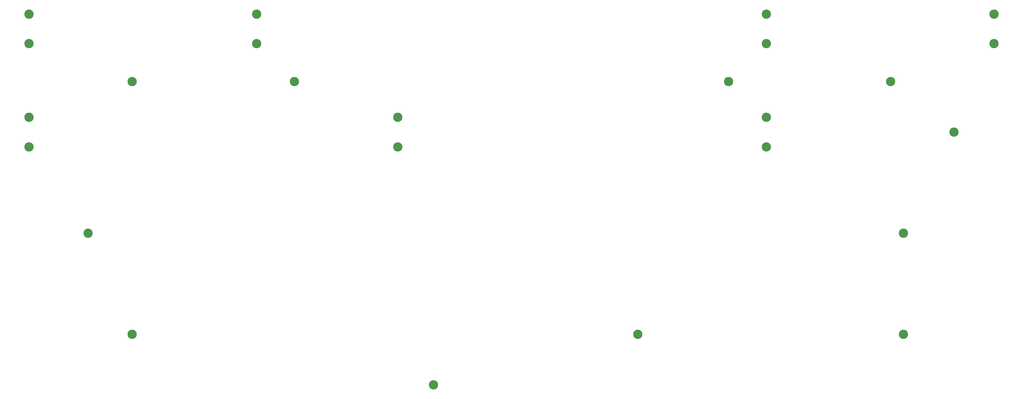
<source format=gbr>
%TF.GenerationSoftware,KiCad,Pcbnew,(6.0.0)*%
%TF.CreationDate,2022-03-02T09:47:48+01:00*%
%TF.ProjectId,backplate,6261636b-706c-4617-9465-2e6b69636164,rev?*%
%TF.SameCoordinates,Original*%
%TF.FileFunction,Soldermask,Top*%
%TF.FilePolarity,Negative*%
%FSLAX46Y46*%
G04 Gerber Fmt 4.6, Leading zero omitted, Abs format (unit mm)*
G04 Created by KiCad (PCBNEW (6.0.0)) date 2022-03-02 09:47:48*
%MOMM*%
%LPD*%
G01*
G04 APERTURE LIST*
%ADD10C,3.500001*%
G04 APERTURE END LIST*
D10*
%TO.C,MH2*%
X207168750Y-158750000D03*
%TD*%
%TO.C,MH2*%
X246062500Y-183356250D03*
%TD*%
%TO.C,MH2*%
X470693750Y-144462500D03*
%TD*%
%TO.C,MH2*%
X107156250Y-183356250D03*
%TD*%
%TO.C,MH2*%
X384968750Y-172243750D03*
%TD*%
%TO.C,H1*%
X259556250Y-273050000D03*
%TD*%
%TO.C,MH2*%
X107156250Y-133350000D03*
%TD*%
%TO.C,MH2*%
X192881250Y-133350000D03*
%TD*%
%TO.C,MH2*%
X436562500Y-215900000D03*
%TD*%
%TO.C,MH2*%
X146050000Y-254000000D03*
%TD*%
%TO.C,MH2*%
X146050000Y-158750000D03*
%TD*%
%TO.C,MH2*%
X384968750Y-183356250D03*
%TD*%
%TO.C,MH2*%
X107156250Y-172243750D03*
%TD*%
%TO.C,MH2*%
X470693750Y-133350000D03*
%TD*%
%TO.C,MH2*%
X384968750Y-133350000D03*
%TD*%
%TO.C,MH2*%
X384968750Y-144462500D03*
%TD*%
%TO.C,MH2*%
X455612500Y-177800000D03*
%TD*%
%TO.C,MH2*%
X436562500Y-254000000D03*
%TD*%
%TO.C,MH2*%
X370681250Y-158750000D03*
%TD*%
%TO.C,MH2*%
X192881250Y-144462500D03*
%TD*%
%TO.C,MH2*%
X336550000Y-254000000D03*
%TD*%
%TO.C,MH2*%
X246062500Y-172243750D03*
%TD*%
%TO.C,MH2*%
X129381250Y-215900000D03*
%TD*%
%TO.C,MH2*%
X431800000Y-158750000D03*
%TD*%
%TO.C,MH2*%
X107156250Y-144462500D03*
%TD*%
M02*

</source>
